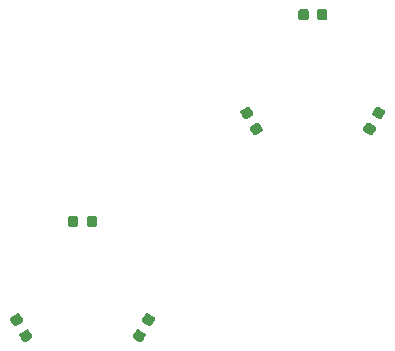
<source format=gbr>
G04 #@! TF.GenerationSoftware,KiCad,Pcbnew,5.0.2-bee76a0~70~ubuntu18.04.1*
G04 #@! TF.CreationDate,2019-06-04T20:48:53+02:00*
G04 #@! TF.ProjectId,lower_Sensor,6c6f7765-725f-4536-956e-736f722e6b69,rev?*
G04 #@! TF.SameCoordinates,Original*
G04 #@! TF.FileFunction,Paste,Top*
G04 #@! TF.FilePolarity,Positive*
%FSLAX46Y46*%
G04 Gerber Fmt 4.6, Leading zero omitted, Abs format (unit mm)*
G04 Created by KiCad (PCBNEW 5.0.2-bee76a0~70~ubuntu18.04.1) date Di 04 Jun 2019 20:48:53 CEST*
%MOMM*%
%LPD*%
G01*
G04 APERTURE LIST*
%ADD10C,0.100000*%
%ADD11C,0.875000*%
%ADD12C,0.150000*%
G04 APERTURE END LIST*
D10*
G04 #@! TO.C,REF\002A\002A*
G36*
X135005911Y-64283558D02*
X135027031Y-64287401D01*
X135047673Y-64293296D01*
X135067638Y-64301186D01*
X135086733Y-64310994D01*
X135530571Y-64567244D01*
X135548613Y-64578877D01*
X135565428Y-64592222D01*
X135580854Y-64607151D01*
X135594742Y-64623520D01*
X135606959Y-64641172D01*
X135617387Y-64659936D01*
X135625925Y-64679632D01*
X135632492Y-64700070D01*
X135637024Y-64721054D01*
X135639478Y-64742380D01*
X135639829Y-64763844D01*
X135638075Y-64785240D01*
X135634232Y-64806360D01*
X135628337Y-64827002D01*
X135620447Y-64846967D01*
X135610639Y-64866062D01*
X135391889Y-65244948D01*
X135380256Y-65262990D01*
X135366911Y-65279805D01*
X135351982Y-65295231D01*
X135335613Y-65309119D01*
X135317961Y-65321336D01*
X135299197Y-65331764D01*
X135279501Y-65340302D01*
X135259063Y-65346869D01*
X135238079Y-65351401D01*
X135216753Y-65353855D01*
X135195289Y-65354206D01*
X135173893Y-65352452D01*
X135152773Y-65348609D01*
X135132131Y-65342714D01*
X135112166Y-65334824D01*
X135093071Y-65325016D01*
X134649233Y-65068766D01*
X134631191Y-65057133D01*
X134614376Y-65043788D01*
X134598950Y-65028859D01*
X134585062Y-65012490D01*
X134572845Y-64994838D01*
X134562417Y-64976074D01*
X134553879Y-64956378D01*
X134547312Y-64935940D01*
X134542780Y-64914956D01*
X134540326Y-64893630D01*
X134539975Y-64872166D01*
X134541729Y-64850770D01*
X134545572Y-64829650D01*
X134551467Y-64809008D01*
X134559357Y-64789043D01*
X134569165Y-64769948D01*
X134787915Y-64391062D01*
X134799548Y-64373020D01*
X134812893Y-64356205D01*
X134827822Y-64340779D01*
X134844191Y-64326891D01*
X134861843Y-64314674D01*
X134880607Y-64304246D01*
X134900303Y-64295708D01*
X134920741Y-64289141D01*
X134941725Y-64284609D01*
X134963051Y-64282155D01*
X134984515Y-64281804D01*
X135005911Y-64283558D01*
X135005911Y-64283558D01*
G37*
D11*
X135089902Y-64818005D03*
D10*
G36*
X134218411Y-65647548D02*
X134239531Y-65651391D01*
X134260173Y-65657286D01*
X134280138Y-65665176D01*
X134299233Y-65674984D01*
X134743071Y-65931234D01*
X134761113Y-65942867D01*
X134777928Y-65956212D01*
X134793354Y-65971141D01*
X134807242Y-65987510D01*
X134819459Y-66005162D01*
X134829887Y-66023926D01*
X134838425Y-66043622D01*
X134844992Y-66064060D01*
X134849524Y-66085044D01*
X134851978Y-66106370D01*
X134852329Y-66127834D01*
X134850575Y-66149230D01*
X134846732Y-66170350D01*
X134840837Y-66190992D01*
X134832947Y-66210957D01*
X134823139Y-66230052D01*
X134604389Y-66608938D01*
X134592756Y-66626980D01*
X134579411Y-66643795D01*
X134564482Y-66659221D01*
X134548113Y-66673109D01*
X134530461Y-66685326D01*
X134511697Y-66695754D01*
X134492001Y-66704292D01*
X134471563Y-66710859D01*
X134450579Y-66715391D01*
X134429253Y-66717845D01*
X134407789Y-66718196D01*
X134386393Y-66716442D01*
X134365273Y-66712599D01*
X134344631Y-66706704D01*
X134324666Y-66698814D01*
X134305571Y-66689006D01*
X133861733Y-66432756D01*
X133843691Y-66421123D01*
X133826876Y-66407778D01*
X133811450Y-66392849D01*
X133797562Y-66376480D01*
X133785345Y-66358828D01*
X133774917Y-66340064D01*
X133766379Y-66320368D01*
X133759812Y-66299930D01*
X133755280Y-66278946D01*
X133752826Y-66257620D01*
X133752475Y-66236156D01*
X133754229Y-66214760D01*
X133758072Y-66193640D01*
X133763967Y-66172998D01*
X133771857Y-66153033D01*
X133781665Y-66133938D01*
X134000415Y-65755052D01*
X134012048Y-65737010D01*
X134025393Y-65720195D01*
X134040322Y-65704769D01*
X134056691Y-65690881D01*
X134074343Y-65678664D01*
X134093107Y-65668236D01*
X134112803Y-65659698D01*
X134133241Y-65653131D01*
X134154225Y-65648599D01*
X134175551Y-65646145D01*
X134197015Y-65645794D01*
X134218411Y-65647548D01*
X134218411Y-65647548D01*
G37*
D11*
X134302402Y-66181995D03*
G04 #@! TD*
D10*
G04 #@! TO.C,REF\002A\002A*
G36*
X128952691Y-56026053D02*
X128973926Y-56029203D01*
X128994750Y-56034419D01*
X129014962Y-56041651D01*
X129034368Y-56050830D01*
X129052781Y-56061866D01*
X129070024Y-56074654D01*
X129085930Y-56089070D01*
X129100346Y-56104976D01*
X129113134Y-56122219D01*
X129124170Y-56140632D01*
X129133349Y-56160038D01*
X129140581Y-56180250D01*
X129145797Y-56201074D01*
X129148947Y-56222309D01*
X129150000Y-56243750D01*
X129150000Y-56756250D01*
X129148947Y-56777691D01*
X129145797Y-56798926D01*
X129140581Y-56819750D01*
X129133349Y-56839962D01*
X129124170Y-56859368D01*
X129113134Y-56877781D01*
X129100346Y-56895024D01*
X129085930Y-56910930D01*
X129070024Y-56925346D01*
X129052781Y-56938134D01*
X129034368Y-56949170D01*
X129014962Y-56958349D01*
X128994750Y-56965581D01*
X128973926Y-56970797D01*
X128952691Y-56973947D01*
X128931250Y-56975000D01*
X128493750Y-56975000D01*
X128472309Y-56973947D01*
X128451074Y-56970797D01*
X128430250Y-56965581D01*
X128410038Y-56958349D01*
X128390632Y-56949170D01*
X128372219Y-56938134D01*
X128354976Y-56925346D01*
X128339070Y-56910930D01*
X128324654Y-56895024D01*
X128311866Y-56877781D01*
X128300830Y-56859368D01*
X128291651Y-56839962D01*
X128284419Y-56819750D01*
X128279203Y-56798926D01*
X128276053Y-56777691D01*
X128275000Y-56756250D01*
X128275000Y-56243750D01*
X128276053Y-56222309D01*
X128279203Y-56201074D01*
X128284419Y-56180250D01*
X128291651Y-56160038D01*
X128300830Y-56140632D01*
X128311866Y-56122219D01*
X128324654Y-56104976D01*
X128339070Y-56089070D01*
X128354976Y-56074654D01*
X128372219Y-56061866D01*
X128390632Y-56050830D01*
X128410038Y-56041651D01*
X128430250Y-56034419D01*
X128451074Y-56029203D01*
X128472309Y-56026053D01*
X128493750Y-56025000D01*
X128931250Y-56025000D01*
X128952691Y-56026053D01*
X128952691Y-56026053D01*
G37*
D11*
X128712500Y-56500000D03*
D10*
G36*
X130527691Y-56026053D02*
X130548926Y-56029203D01*
X130569750Y-56034419D01*
X130589962Y-56041651D01*
X130609368Y-56050830D01*
X130627781Y-56061866D01*
X130645024Y-56074654D01*
X130660930Y-56089070D01*
X130675346Y-56104976D01*
X130688134Y-56122219D01*
X130699170Y-56140632D01*
X130708349Y-56160038D01*
X130715581Y-56180250D01*
X130720797Y-56201074D01*
X130723947Y-56222309D01*
X130725000Y-56243750D01*
X130725000Y-56756250D01*
X130723947Y-56777691D01*
X130720797Y-56798926D01*
X130715581Y-56819750D01*
X130708349Y-56839962D01*
X130699170Y-56859368D01*
X130688134Y-56877781D01*
X130675346Y-56895024D01*
X130660930Y-56910930D01*
X130645024Y-56925346D01*
X130627781Y-56938134D01*
X130609368Y-56949170D01*
X130589962Y-56958349D01*
X130569750Y-56965581D01*
X130548926Y-56970797D01*
X130527691Y-56973947D01*
X130506250Y-56975000D01*
X130068750Y-56975000D01*
X130047309Y-56973947D01*
X130026074Y-56970797D01*
X130005250Y-56965581D01*
X129985038Y-56958349D01*
X129965632Y-56949170D01*
X129947219Y-56938134D01*
X129929976Y-56925346D01*
X129914070Y-56910930D01*
X129899654Y-56895024D01*
X129886866Y-56877781D01*
X129875830Y-56859368D01*
X129866651Y-56839962D01*
X129859419Y-56819750D01*
X129854203Y-56798926D01*
X129851053Y-56777691D01*
X129850000Y-56756250D01*
X129850000Y-56243750D01*
X129851053Y-56222309D01*
X129854203Y-56201074D01*
X129859419Y-56180250D01*
X129866651Y-56160038D01*
X129875830Y-56140632D01*
X129886866Y-56122219D01*
X129899654Y-56104976D01*
X129914070Y-56089070D01*
X129929976Y-56074654D01*
X129947219Y-56061866D01*
X129965632Y-56050830D01*
X129985038Y-56041651D01*
X130005250Y-56034419D01*
X130026074Y-56029203D01*
X130047309Y-56026053D01*
X130068750Y-56025000D01*
X130506250Y-56025000D01*
X130527691Y-56026053D01*
X130527691Y-56026053D01*
G37*
D11*
X130287500Y-56500000D03*
G04 #@! TD*
D10*
G04 #@! TO.C,REF\002A\002A*
G36*
X124824449Y-65646145D02*
X124845775Y-65648599D01*
X124866759Y-65653131D01*
X124887197Y-65659698D01*
X124906893Y-65668236D01*
X124925657Y-65678664D01*
X124943309Y-65690881D01*
X124959678Y-65704769D01*
X124974607Y-65720195D01*
X124987952Y-65737010D01*
X124999585Y-65755052D01*
X125218335Y-66133938D01*
X125228143Y-66153033D01*
X125236033Y-66172998D01*
X125241928Y-66193640D01*
X125245771Y-66214760D01*
X125247525Y-66236156D01*
X125247174Y-66257620D01*
X125244720Y-66278946D01*
X125240188Y-66299930D01*
X125233621Y-66320368D01*
X125225083Y-66340064D01*
X125214655Y-66358828D01*
X125202438Y-66376480D01*
X125188550Y-66392849D01*
X125173124Y-66407778D01*
X125156309Y-66421123D01*
X125138267Y-66432756D01*
X124694429Y-66689006D01*
X124675334Y-66698814D01*
X124655369Y-66706704D01*
X124634727Y-66712599D01*
X124613607Y-66716442D01*
X124592211Y-66718196D01*
X124570747Y-66717845D01*
X124549421Y-66715391D01*
X124528437Y-66710859D01*
X124507999Y-66704292D01*
X124488303Y-66695754D01*
X124469539Y-66685326D01*
X124451887Y-66673109D01*
X124435518Y-66659221D01*
X124420589Y-66643795D01*
X124407244Y-66626980D01*
X124395611Y-66608938D01*
X124176861Y-66230052D01*
X124167053Y-66210957D01*
X124159163Y-66190992D01*
X124153268Y-66170350D01*
X124149425Y-66149230D01*
X124147671Y-66127834D01*
X124148022Y-66106370D01*
X124150476Y-66085044D01*
X124155008Y-66064060D01*
X124161575Y-66043622D01*
X124170113Y-66023926D01*
X124180541Y-66005162D01*
X124192758Y-65987510D01*
X124206646Y-65971141D01*
X124222072Y-65956212D01*
X124238887Y-65942867D01*
X124256929Y-65931234D01*
X124700767Y-65674984D01*
X124719862Y-65665176D01*
X124739827Y-65657286D01*
X124760469Y-65651391D01*
X124781589Y-65647548D01*
X124802985Y-65645794D01*
X124824449Y-65646145D01*
X124824449Y-65646145D01*
G37*
D11*
X124697598Y-66181995D03*
D10*
G36*
X124036949Y-64282155D02*
X124058275Y-64284609D01*
X124079259Y-64289141D01*
X124099697Y-64295708D01*
X124119393Y-64304246D01*
X124138157Y-64314674D01*
X124155809Y-64326891D01*
X124172178Y-64340779D01*
X124187107Y-64356205D01*
X124200452Y-64373020D01*
X124212085Y-64391062D01*
X124430835Y-64769948D01*
X124440643Y-64789043D01*
X124448533Y-64809008D01*
X124454428Y-64829650D01*
X124458271Y-64850770D01*
X124460025Y-64872166D01*
X124459674Y-64893630D01*
X124457220Y-64914956D01*
X124452688Y-64935940D01*
X124446121Y-64956378D01*
X124437583Y-64976074D01*
X124427155Y-64994838D01*
X124414938Y-65012490D01*
X124401050Y-65028859D01*
X124385624Y-65043788D01*
X124368809Y-65057133D01*
X124350767Y-65068766D01*
X123906929Y-65325016D01*
X123887834Y-65334824D01*
X123867869Y-65342714D01*
X123847227Y-65348609D01*
X123826107Y-65352452D01*
X123804711Y-65354206D01*
X123783247Y-65353855D01*
X123761921Y-65351401D01*
X123740937Y-65346869D01*
X123720499Y-65340302D01*
X123700803Y-65331764D01*
X123682039Y-65321336D01*
X123664387Y-65309119D01*
X123648018Y-65295231D01*
X123633089Y-65279805D01*
X123619744Y-65262990D01*
X123608111Y-65244948D01*
X123389361Y-64866062D01*
X123379553Y-64846967D01*
X123371663Y-64827002D01*
X123365768Y-64806360D01*
X123361925Y-64785240D01*
X123360171Y-64763844D01*
X123360522Y-64742380D01*
X123362976Y-64721054D01*
X123367508Y-64700070D01*
X123374075Y-64679632D01*
X123382613Y-64659936D01*
X123393041Y-64641172D01*
X123405258Y-64623520D01*
X123419146Y-64607151D01*
X123434572Y-64592222D01*
X123451387Y-64578877D01*
X123469429Y-64567244D01*
X123913267Y-64310994D01*
X123932362Y-64301186D01*
X123952327Y-64293296D01*
X123972969Y-64287401D01*
X123994089Y-64283558D01*
X124015485Y-64281804D01*
X124036949Y-64282155D01*
X124036949Y-64282155D01*
G37*
D11*
X123910098Y-64818005D03*
G04 #@! TD*
D12*
G04 #@! TO.C,REF\002A\002A*
X128747000Y-62390000D03*
X128747000Y-62170000D03*
X128747000Y-62830000D03*
X129830000Y-63253000D03*
X128950000Y-63253000D03*
X129390000Y-63253000D03*
X130253000Y-62390000D03*
X130253000Y-62830000D03*
X130253000Y-61950000D03*
X129390000Y-61747000D03*
X129830000Y-61747000D03*
X128950000Y-61747000D03*
G04 #@! TD*
D10*
G04 #@! TO.C,REF\002A\002A*
G36*
X104536949Y-81782155D02*
X104558275Y-81784609D01*
X104579259Y-81789141D01*
X104599697Y-81795708D01*
X104619393Y-81804246D01*
X104638157Y-81814674D01*
X104655809Y-81826891D01*
X104672178Y-81840779D01*
X104687107Y-81856205D01*
X104700452Y-81873020D01*
X104712085Y-81891062D01*
X104930835Y-82269948D01*
X104940643Y-82289043D01*
X104948533Y-82309008D01*
X104954428Y-82329650D01*
X104958271Y-82350770D01*
X104960025Y-82372166D01*
X104959674Y-82393630D01*
X104957220Y-82414956D01*
X104952688Y-82435940D01*
X104946121Y-82456378D01*
X104937583Y-82476074D01*
X104927155Y-82494838D01*
X104914938Y-82512490D01*
X104901050Y-82528859D01*
X104885624Y-82543788D01*
X104868809Y-82557133D01*
X104850767Y-82568766D01*
X104406929Y-82825016D01*
X104387834Y-82834824D01*
X104367869Y-82842714D01*
X104347227Y-82848609D01*
X104326107Y-82852452D01*
X104304711Y-82854206D01*
X104283247Y-82853855D01*
X104261921Y-82851401D01*
X104240937Y-82846869D01*
X104220499Y-82840302D01*
X104200803Y-82831764D01*
X104182039Y-82821336D01*
X104164387Y-82809119D01*
X104148018Y-82795231D01*
X104133089Y-82779805D01*
X104119744Y-82762990D01*
X104108111Y-82744948D01*
X103889361Y-82366062D01*
X103879553Y-82346967D01*
X103871663Y-82327002D01*
X103865768Y-82306360D01*
X103861925Y-82285240D01*
X103860171Y-82263844D01*
X103860522Y-82242380D01*
X103862976Y-82221054D01*
X103867508Y-82200070D01*
X103874075Y-82179632D01*
X103882613Y-82159936D01*
X103893041Y-82141172D01*
X103905258Y-82123520D01*
X103919146Y-82107151D01*
X103934572Y-82092222D01*
X103951387Y-82078877D01*
X103969429Y-82067244D01*
X104413267Y-81810994D01*
X104432362Y-81801186D01*
X104452327Y-81793296D01*
X104472969Y-81787401D01*
X104494089Y-81783558D01*
X104515485Y-81781804D01*
X104536949Y-81782155D01*
X104536949Y-81782155D01*
G37*
D11*
X104410098Y-82318005D03*
D10*
G36*
X105324449Y-83146145D02*
X105345775Y-83148599D01*
X105366759Y-83153131D01*
X105387197Y-83159698D01*
X105406893Y-83168236D01*
X105425657Y-83178664D01*
X105443309Y-83190881D01*
X105459678Y-83204769D01*
X105474607Y-83220195D01*
X105487952Y-83237010D01*
X105499585Y-83255052D01*
X105718335Y-83633938D01*
X105728143Y-83653033D01*
X105736033Y-83672998D01*
X105741928Y-83693640D01*
X105745771Y-83714760D01*
X105747525Y-83736156D01*
X105747174Y-83757620D01*
X105744720Y-83778946D01*
X105740188Y-83799930D01*
X105733621Y-83820368D01*
X105725083Y-83840064D01*
X105714655Y-83858828D01*
X105702438Y-83876480D01*
X105688550Y-83892849D01*
X105673124Y-83907778D01*
X105656309Y-83921123D01*
X105638267Y-83932756D01*
X105194429Y-84189006D01*
X105175334Y-84198814D01*
X105155369Y-84206704D01*
X105134727Y-84212599D01*
X105113607Y-84216442D01*
X105092211Y-84218196D01*
X105070747Y-84217845D01*
X105049421Y-84215391D01*
X105028437Y-84210859D01*
X105007999Y-84204292D01*
X104988303Y-84195754D01*
X104969539Y-84185326D01*
X104951887Y-84173109D01*
X104935518Y-84159221D01*
X104920589Y-84143795D01*
X104907244Y-84126980D01*
X104895611Y-84108938D01*
X104676861Y-83730052D01*
X104667053Y-83710957D01*
X104659163Y-83690992D01*
X104653268Y-83670350D01*
X104649425Y-83649230D01*
X104647671Y-83627834D01*
X104648022Y-83606370D01*
X104650476Y-83585044D01*
X104655008Y-83564060D01*
X104661575Y-83543622D01*
X104670113Y-83523926D01*
X104680541Y-83505162D01*
X104692758Y-83487510D01*
X104706646Y-83471141D01*
X104722072Y-83456212D01*
X104738887Y-83442867D01*
X104756929Y-83431234D01*
X105200767Y-83174984D01*
X105219862Y-83165176D01*
X105239827Y-83157286D01*
X105260469Y-83151391D01*
X105281589Y-83147548D01*
X105302985Y-83145794D01*
X105324449Y-83146145D01*
X105324449Y-83146145D01*
G37*
D11*
X105197598Y-83681995D03*
G04 #@! TD*
D10*
G04 #@! TO.C,REF\002A\002A*
G36*
X114718411Y-83147548D02*
X114739531Y-83151391D01*
X114760173Y-83157286D01*
X114780138Y-83165176D01*
X114799233Y-83174984D01*
X115243071Y-83431234D01*
X115261113Y-83442867D01*
X115277928Y-83456212D01*
X115293354Y-83471141D01*
X115307242Y-83487510D01*
X115319459Y-83505162D01*
X115329887Y-83523926D01*
X115338425Y-83543622D01*
X115344992Y-83564060D01*
X115349524Y-83585044D01*
X115351978Y-83606370D01*
X115352329Y-83627834D01*
X115350575Y-83649230D01*
X115346732Y-83670350D01*
X115340837Y-83690992D01*
X115332947Y-83710957D01*
X115323139Y-83730052D01*
X115104389Y-84108938D01*
X115092756Y-84126980D01*
X115079411Y-84143795D01*
X115064482Y-84159221D01*
X115048113Y-84173109D01*
X115030461Y-84185326D01*
X115011697Y-84195754D01*
X114992001Y-84204292D01*
X114971563Y-84210859D01*
X114950579Y-84215391D01*
X114929253Y-84217845D01*
X114907789Y-84218196D01*
X114886393Y-84216442D01*
X114865273Y-84212599D01*
X114844631Y-84206704D01*
X114824666Y-84198814D01*
X114805571Y-84189006D01*
X114361733Y-83932756D01*
X114343691Y-83921123D01*
X114326876Y-83907778D01*
X114311450Y-83892849D01*
X114297562Y-83876480D01*
X114285345Y-83858828D01*
X114274917Y-83840064D01*
X114266379Y-83820368D01*
X114259812Y-83799930D01*
X114255280Y-83778946D01*
X114252826Y-83757620D01*
X114252475Y-83736156D01*
X114254229Y-83714760D01*
X114258072Y-83693640D01*
X114263967Y-83672998D01*
X114271857Y-83653033D01*
X114281665Y-83633938D01*
X114500415Y-83255052D01*
X114512048Y-83237010D01*
X114525393Y-83220195D01*
X114540322Y-83204769D01*
X114556691Y-83190881D01*
X114574343Y-83178664D01*
X114593107Y-83168236D01*
X114612803Y-83159698D01*
X114633241Y-83153131D01*
X114654225Y-83148599D01*
X114675551Y-83146145D01*
X114697015Y-83145794D01*
X114718411Y-83147548D01*
X114718411Y-83147548D01*
G37*
D11*
X114802402Y-83681995D03*
D10*
G36*
X115505911Y-81783558D02*
X115527031Y-81787401D01*
X115547673Y-81793296D01*
X115567638Y-81801186D01*
X115586733Y-81810994D01*
X116030571Y-82067244D01*
X116048613Y-82078877D01*
X116065428Y-82092222D01*
X116080854Y-82107151D01*
X116094742Y-82123520D01*
X116106959Y-82141172D01*
X116117387Y-82159936D01*
X116125925Y-82179632D01*
X116132492Y-82200070D01*
X116137024Y-82221054D01*
X116139478Y-82242380D01*
X116139829Y-82263844D01*
X116138075Y-82285240D01*
X116134232Y-82306360D01*
X116128337Y-82327002D01*
X116120447Y-82346967D01*
X116110639Y-82366062D01*
X115891889Y-82744948D01*
X115880256Y-82762990D01*
X115866911Y-82779805D01*
X115851982Y-82795231D01*
X115835613Y-82809119D01*
X115817961Y-82821336D01*
X115799197Y-82831764D01*
X115779501Y-82840302D01*
X115759063Y-82846869D01*
X115738079Y-82851401D01*
X115716753Y-82853855D01*
X115695289Y-82854206D01*
X115673893Y-82852452D01*
X115652773Y-82848609D01*
X115632131Y-82842714D01*
X115612166Y-82834824D01*
X115593071Y-82825016D01*
X115149233Y-82568766D01*
X115131191Y-82557133D01*
X115114376Y-82543788D01*
X115098950Y-82528859D01*
X115085062Y-82512490D01*
X115072845Y-82494838D01*
X115062417Y-82476074D01*
X115053879Y-82456378D01*
X115047312Y-82435940D01*
X115042780Y-82414956D01*
X115040326Y-82393630D01*
X115039975Y-82372166D01*
X115041729Y-82350770D01*
X115045572Y-82329650D01*
X115051467Y-82309008D01*
X115059357Y-82289043D01*
X115069165Y-82269948D01*
X115287915Y-81891062D01*
X115299548Y-81873020D01*
X115312893Y-81856205D01*
X115327822Y-81840779D01*
X115344191Y-81826891D01*
X115361843Y-81814674D01*
X115380607Y-81804246D01*
X115400303Y-81795708D01*
X115420741Y-81789141D01*
X115441725Y-81784609D01*
X115463051Y-81782155D01*
X115484515Y-81781804D01*
X115505911Y-81783558D01*
X115505911Y-81783558D01*
G37*
D11*
X115589902Y-82318005D03*
G04 #@! TD*
D10*
G04 #@! TO.C,REF\002A\002A*
G36*
X111027691Y-73526053D02*
X111048926Y-73529203D01*
X111069750Y-73534419D01*
X111089962Y-73541651D01*
X111109368Y-73550830D01*
X111127781Y-73561866D01*
X111145024Y-73574654D01*
X111160930Y-73589070D01*
X111175346Y-73604976D01*
X111188134Y-73622219D01*
X111199170Y-73640632D01*
X111208349Y-73660038D01*
X111215581Y-73680250D01*
X111220797Y-73701074D01*
X111223947Y-73722309D01*
X111225000Y-73743750D01*
X111225000Y-74256250D01*
X111223947Y-74277691D01*
X111220797Y-74298926D01*
X111215581Y-74319750D01*
X111208349Y-74339962D01*
X111199170Y-74359368D01*
X111188134Y-74377781D01*
X111175346Y-74395024D01*
X111160930Y-74410930D01*
X111145024Y-74425346D01*
X111127781Y-74438134D01*
X111109368Y-74449170D01*
X111089962Y-74458349D01*
X111069750Y-74465581D01*
X111048926Y-74470797D01*
X111027691Y-74473947D01*
X111006250Y-74475000D01*
X110568750Y-74475000D01*
X110547309Y-74473947D01*
X110526074Y-74470797D01*
X110505250Y-74465581D01*
X110485038Y-74458349D01*
X110465632Y-74449170D01*
X110447219Y-74438134D01*
X110429976Y-74425346D01*
X110414070Y-74410930D01*
X110399654Y-74395024D01*
X110386866Y-74377781D01*
X110375830Y-74359368D01*
X110366651Y-74339962D01*
X110359419Y-74319750D01*
X110354203Y-74298926D01*
X110351053Y-74277691D01*
X110350000Y-74256250D01*
X110350000Y-73743750D01*
X110351053Y-73722309D01*
X110354203Y-73701074D01*
X110359419Y-73680250D01*
X110366651Y-73660038D01*
X110375830Y-73640632D01*
X110386866Y-73622219D01*
X110399654Y-73604976D01*
X110414070Y-73589070D01*
X110429976Y-73574654D01*
X110447219Y-73561866D01*
X110465632Y-73550830D01*
X110485038Y-73541651D01*
X110505250Y-73534419D01*
X110526074Y-73529203D01*
X110547309Y-73526053D01*
X110568750Y-73525000D01*
X111006250Y-73525000D01*
X111027691Y-73526053D01*
X111027691Y-73526053D01*
G37*
D11*
X110787500Y-74000000D03*
D10*
G36*
X109452691Y-73526053D02*
X109473926Y-73529203D01*
X109494750Y-73534419D01*
X109514962Y-73541651D01*
X109534368Y-73550830D01*
X109552781Y-73561866D01*
X109570024Y-73574654D01*
X109585930Y-73589070D01*
X109600346Y-73604976D01*
X109613134Y-73622219D01*
X109624170Y-73640632D01*
X109633349Y-73660038D01*
X109640581Y-73680250D01*
X109645797Y-73701074D01*
X109648947Y-73722309D01*
X109650000Y-73743750D01*
X109650000Y-74256250D01*
X109648947Y-74277691D01*
X109645797Y-74298926D01*
X109640581Y-74319750D01*
X109633349Y-74339962D01*
X109624170Y-74359368D01*
X109613134Y-74377781D01*
X109600346Y-74395024D01*
X109585930Y-74410930D01*
X109570024Y-74425346D01*
X109552781Y-74438134D01*
X109534368Y-74449170D01*
X109514962Y-74458349D01*
X109494750Y-74465581D01*
X109473926Y-74470797D01*
X109452691Y-74473947D01*
X109431250Y-74475000D01*
X108993750Y-74475000D01*
X108972309Y-74473947D01*
X108951074Y-74470797D01*
X108930250Y-74465581D01*
X108910038Y-74458349D01*
X108890632Y-74449170D01*
X108872219Y-74438134D01*
X108854976Y-74425346D01*
X108839070Y-74410930D01*
X108824654Y-74395024D01*
X108811866Y-74377781D01*
X108800830Y-74359368D01*
X108791651Y-74339962D01*
X108784419Y-74319750D01*
X108779203Y-74298926D01*
X108776053Y-74277691D01*
X108775000Y-74256250D01*
X108775000Y-73743750D01*
X108776053Y-73722309D01*
X108779203Y-73701074D01*
X108784419Y-73680250D01*
X108791651Y-73660038D01*
X108800830Y-73640632D01*
X108811866Y-73622219D01*
X108824654Y-73604976D01*
X108839070Y-73589070D01*
X108854976Y-73574654D01*
X108872219Y-73561866D01*
X108890632Y-73550830D01*
X108910038Y-73541651D01*
X108930250Y-73534419D01*
X108951074Y-73529203D01*
X108972309Y-73526053D01*
X108993750Y-73525000D01*
X109431250Y-73525000D01*
X109452691Y-73526053D01*
X109452691Y-73526053D01*
G37*
D11*
X109212500Y-74000000D03*
G04 #@! TD*
D12*
G04 #@! TO.C,REF\002A\002A*
X109450000Y-79247000D03*
X110330000Y-79247000D03*
X109890000Y-79247000D03*
X110753000Y-79450000D03*
X110753000Y-80330000D03*
X110753000Y-79890000D03*
X109890000Y-80753000D03*
X109450000Y-80753000D03*
X110330000Y-80753000D03*
X109247000Y-80330000D03*
X109247000Y-79670000D03*
X109247000Y-79890000D03*
G04 #@! TD*
M02*

</source>
